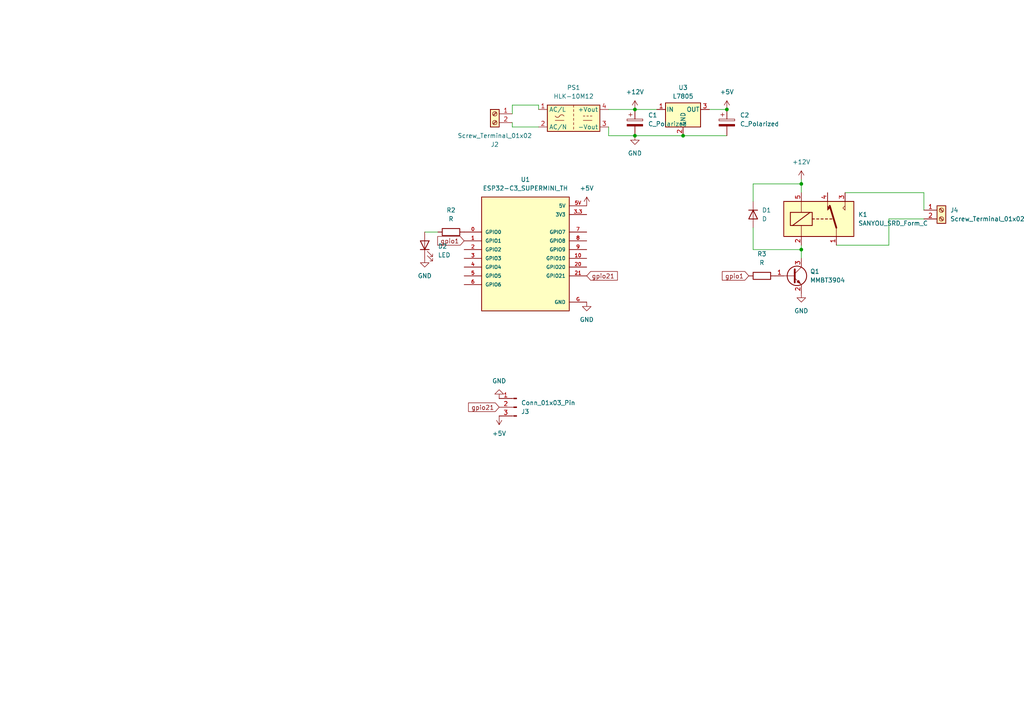
<source format=kicad_sch>
(kicad_sch (version 20250114) (generator "eeschema") (generator_version "9.0")
  (paper "A4")
  (lib_symbols
    (symbol "Connector:Conn_01x03_Pin" (pin_names (offset 1.016) (hide yes))
      (property "Reference" "J" (at 0 5.08 0))
      (property "Value" "Conn_01x03_Pin" (at 0 -5.08 0))
      (symbol "Conn_01x03_Pin_1_1"
        (rectangle (start 0.8636 2.667) (end 0 2.413) (stroke (width 0.1524)) (fill (type outline)))
        (rectangle (start 0.8636 0.127) (end 0 -0.127) (stroke (width 0.1524)) (fill (type outline)))
        (rectangle (start 0.8636 -2.413) (end 0 -2.667) (stroke (width 0.1524)) (fill (type outline)))
        (polyline (pts (xy 1.27 2.54) (xy 0.8636 2.54)) (stroke (width 0.1524)))
        (polyline (pts (xy 1.27 0) (xy 0.8636 0)) (stroke (width 0.1524)))
        (polyline (pts (xy 1.27 -2.54) (xy 0.8636 -2.54)) (stroke (width 0.1524)))
        (pin passive line (at 5.08 2.54 180) (length 3.81) (name "Pin_1") (number "1"))
        (pin passive line (at 5.08 0 180) (length 3.81) (name "Pin_2") (number "2"))
        (pin passive line (at 5.08 -2.54 180) (length 3.81) (name "Pin_3") (number "3"))
      )
    )
    (symbol "Connector:Screw_Terminal_01x02" (pin_names (offset 1.016) (hide yes))
      (property "Reference" "J" (at 0 2.54 0))
      (property "Value" "Screw_Terminal_01x02" (at 0 -5.08 0))
      (symbol "Screw_Terminal_01x02_1_1"
        (rectangle (start -1.27 1.27) (end 1.27 -3.81) (stroke (width 0.254)) (fill (type background)))
        (polyline (pts (xy -0.5334 0.3302) (xy 0.3302 -0.508)) (stroke (width 0.1524)))
        (polyline (pts (xy -0.5334 -2.2098) (xy 0.3302 -3.048)) (stroke (width 0.1524)))
        (polyline (pts (xy -0.3556 0.508) (xy 0.508 -0.3302)) (stroke (width 0.1524)))
        (polyline (pts (xy -0.3556 -2.032) (xy 0.508 -2.8702)) (stroke (width 0.1524)))
        (circle (center 0 0) (radius 0.635) (stroke (width 0.1524)))
        (circle (center 0 -2.54) (radius 0.635) (stroke (width 0.1524)))
        (pin passive line (at -5.08 0 0) (length 3.81) (name "Pin_1") (number "1"))
        (pin passive line (at -5.08 -2.54 0) (length 3.81) (name "Pin_2") (number "2"))
      )
    )
    (symbol "Converter_ACDC:HLK-10M12"
      (property "Reference" "PS" (at 0 5.08 0))
      (property "Value" "HLK-10M12" (at 0 -5.08 0))
      (symbol "HLK-10M12_0_1"
        (rectangle (start -7.62 3.81) (end 7.62 -3.81) (stroke (width 0.254)) (fill (type background)))
        (polyline (pts (xy -5.334 -0.635) (xy -2.794 -0.635)))
        (arc (start -4.064 0.635) (mid -4.699 0.2495) (end -5.334 0.635))
        (arc (start -4.064 0.635) (mid -3.429 1.0072) (end -2.794 0.635))
        (polyline (pts (xy 0 3.81) (xy 0 3.175)))
        (polyline (pts (xy 0 2.54) (xy 0 1.905)))
        (polyline (pts (xy 0 1.27) (xy 0 0.635)))
        (polyline (pts (xy 0 0) (xy 0 -0.635)))
        (polyline (pts (xy 0 -1.27) (xy 0 -1.905)))
        (polyline (pts (xy 0 -2.54) (xy 0 -3.175)))
        (polyline (pts (xy 2.794 0.635) (xy 3.302 0.635)))
        (polyline (pts (xy 2.794 -0.635) (xy 5.334 -0.635)))
        (polyline (pts (xy 3.81 0.635) (xy 4.318 0.635)))
        (polyline (pts (xy 4.826 0.635) (xy 5.334 0.635)))
      )
      (symbol "HLK-10M12_1_1"
        (pin power_in line (at -10.16 2.54 0) (length 2.54) (name "AC/L") (number "1"))
        (pin power_in line (at -10.16 -2.54 0) (length 2.54) (name "AC/N") (number "2"))
        (pin power_out line (at 10.16 2.54 180) (length 2.54) (name "+Vout") (number "4"))
        (pin power_out line (at 10.16 -2.54 180) (length 2.54) (name "-Vout") (number "3"))
      )
    )
    (symbol "Device:C_Polarized" (pin_numbers (hide yes)) (pin_names (offset 0.254))
      (property "Reference" "C" (at 0.635 2.54 0))
      (property "Value" "C_Polarized" (at 0.635 -2.54 0))
      (symbol "C_Polarized_0_1"
        (rectangle (start -2.286 0.508) (end 2.286 1.016))
        (polyline (pts (xy -1.778 2.286) (xy -0.762 2.286)))
        (polyline (pts (xy -1.27 2.794) (xy -1.27 1.778)))
        (rectangle (start 2.286 -0.508) (end -2.286 -1.016) (fill (type outline)))
      )
      (symbol "C_Polarized_1_1"
        (pin passive line (at 0 3.81 270) (length 2.794) (name "~") (number "1"))
        (pin passive line (at 0 -3.81 90) (length 2.794) (name "~") (number "2"))
      )
    )
    (symbol "Device:D" (pin_numbers (hide yes)) (pin_names (offset 1.016) (hide yes))
      (property "Reference" "D" (at 0 2.54 0))
      (property "Value" "D" (at 0 -2.54 0))
      (symbol "D_0_1"
        (polyline (pts (xy -1.27 1.27) (xy -1.27 -1.27)) (stroke (width 0.254)))
        (polyline (pts (xy 1.27 1.27) (xy 1.27 -1.27) (xy -1.27 0) (xy 1.27 1.27)) (stroke (width 0.254)))
        (polyline (pts (xy 1.27 0) (xy -1.27 0)))
      )
      (symbol "D_1_1"
        (pin passive line (at -3.81 0 0) (length 2.54) (name "K") (number "1"))
        (pin passive line (at 3.81 0 180) (length 2.54) (name "A") (number "2"))
      )
    )
    (symbol "Device:LED" (pin_numbers (hide yes)) (pin_names (offset 1.016) (hide yes))
      (property "Reference" "D" (at 0 2.54 0))
      (property "Value" "LED" (at 0 -2.54 0))
      (symbol "LED_0_1"
        (polyline (pts (xy -3.048 -0.762) (xy -4.572 -2.286) (xy -3.81 -2.286) (xy -4.572 -2.286) (xy -4.572 -1.524)))
        (polyline (pts (xy -1.778 -0.762) (xy -3.302 -2.286) (xy -2.54 -2.286) (xy -3.302 -2.286) (xy -3.302 -1.524)))
        (polyline (pts (xy -1.27 0) (xy 1.27 0)))
        (polyline (pts (xy -1.27 -1.27) (xy -1.27 1.27)) (stroke (width 0.254)))
        (polyline (pts (xy 1.27 -1.27) (xy 1.27 1.27) (xy -1.27 0) (xy 1.27 -1.27)) (stroke (width 0.254)))
      )
      (symbol "LED_1_1"
        (pin passive line (at -3.81 0 0) (length 2.54) (name "K") (number "1"))
        (pin passive line (at 3.81 0 180) (length 2.54) (name "A") (number "2"))
      )
    )
    (symbol "Device:R" (pin_numbers (hide yes)) (pin_names (offset 0))
      (property "Reference" "R" (at 2.032 0 90))
      (property "Value" "R" (at 0 0 90))
      (symbol "R_0_1"
        (rectangle (start -1.016 -2.54) (end 1.016 2.54) (stroke (width 0.254)))
      )
      (symbol "R_1_1"
        (pin passive line (at 0 3.81 270) (length 1.27) (name "~") (number "1"))
        (pin passive line (at 0 -3.81 90) (length 1.27) (name "~") (number "2"))
      )
    )
    (symbol "ESP32-C3_SUPERMINI_TH:ESP32-C3_SUPERMINI_TH" (pin_names (offset 1.016))
      (property "Reference" "U" (at -12.7 16.002 0))
      (property "Value" "ESP32-C3_SUPERMINI_TH" (at -12.7 -20.32 0))
      (symbol "ESP32-C3_SUPERMINI_TH_0_0"
        (rectangle (start -12.7 -17.78) (end 12.7 15.24) (stroke (width 0.254)) (fill (type background)))
        (pin bidirectional line (at -17.78 5.08 0) (length 5.08) (name "GPIO0") (number "0"))
        (pin bidirectional line (at -17.78 2.54 0) (length 5.08) (name "GPIO1") (number "1"))
        (pin bidirectional line (at -17.78 0 0) (length 5.08) (name "GPIO2") (number "2"))
        (pin bidirectional line (at -17.78 -2.54 0) (length 5.08) (name "GPIO3") (number "3"))
        (pin bidirectional line (at -17.78 -5.08 0) (length 5.08) (name "GPIO4") (number "4"))
        (pin bidirectional line (at -17.78 -7.62 0) (length 5.08) (name "GPIO5") (number "5"))
        (pin bidirectional line (at -17.78 -10.16 0) (length 5.08) (name "GPIO6") (number "6"))
        (pin power_in line (at 17.78 12.7 180) (length 5.08) (name "5V") (number "5V"))
        (pin power_in line (at 17.78 10.16 180) (length 5.08) (name "3V3") (number "3.3"))
        (pin bidirectional line (at 17.78 5.08 180) (length 5.08) (name "GPIO7") (number "7"))
        (pin bidirectional line (at 17.78 2.54 180) (length 5.08) (name "GPIO8") (number "8"))
        (pin bidirectional line (at 17.78 0 180) (length 5.08) (name "GPIO9") (number "9"))
        (pin bidirectional line (at 17.78 -2.54 180) (length 5.08) (name "GPIO10") (number "10"))
        (pin bidirectional line (at 17.78 -5.08 180) (length 5.08) (name "GPIO20") (number "20"))
        (pin bidirectional line (at 17.78 -7.62 180) (length 5.08) (name "GPIO21") (number "21"))
        (pin power_in line (at 17.78 -15.24 180) (length 5.08) (name "GND") (number "G"))
      )
    )
    (symbol "Regulator_Linear:L7805" (pin_names (offset 0.254))
      (property "Reference" "U" (at -3.81 3.175 0))
      (property "Value" "L7805" (at 0 3.175 0))
      (symbol "L7805_0_1"
        (rectangle (start -5.08 1.905) (end 5.08 -5.08) (stroke (width 0.254)) (fill (type background)))
      )
      (symbol "L7805_1_1"
        (pin power_in line (at -7.62 0 0) (length 2.54) (name "IN") (number "1"))
        (pin power_in line (at 0 -7.62 90) (length 2.54) (name "GND") (number "2"))
        (pin power_out line (at 7.62 0 180) (length 2.54) (name "OUT") (number "3"))
      )
    )
    (symbol "Relay:SANYOU_SRD_Form_C"
      (property "Reference" "K" (at 11.43 3.81 0))
      (property "Value" "SANYOU_SRD_Form_C" (at 11.43 1.27 0))
      (symbol "SANYOU_SRD_Form_C_0_0"
        (polyline (pts (xy 7.62 5.08) (xy 7.62 2.54) (xy 6.985 3.175) (xy 7.62 3.81)))
      )
      (symbol "SANYOU_SRD_Form_C_0_1"
        (rectangle (start -10.16 5.08) (end 10.16 -5.08) (stroke (width 0.254)) (fill (type background)))
        (rectangle (start -8.255 1.905) (end -1.905 -1.905) (stroke (width 0.254)))
        (polyline (pts (xy -7.62 -1.905) (xy -2.54 1.905)) (stroke (width 0.254)))
        (polyline (pts (xy -5.08 5.08) (xy -5.08 1.905)))
        (polyline (pts (xy -5.08 -5.08) (xy -5.08 -1.905)))
        (polyline (pts (xy -1.905 0) (xy -1.27 0)) (stroke (width 0.254)))
        (polyline (pts (xy -0.635 0) (xy 0 0)) (stroke (width 0.254)))
        (polyline (pts (xy 0.635 0) (xy 1.27 0)) (stroke (width 0.254)))
        (polyline (pts (xy 1.905 0) (xy 2.54 0)) (stroke (width 0.254)))
        (polyline (pts (xy 3.175 0) (xy 3.81 0)) (stroke (width 0.254)))
        (polyline (pts (xy 5.08 -2.54) (xy 3.175 3.81)) (stroke (width 0.508)))
        (polyline (pts (xy 5.08 -2.54) (xy 5.08 -5.08)))
      )
      (symbol "SANYOU_SRD_Form_C_1_1"
        (polyline (pts (xy 2.54 3.81) (xy 3.175 3.175) (xy 2.54 2.54) (xy 2.54 5.08)) (fill (type outline)))
        (pin passive line (at -5.08 7.62 270) (length 2.54) (name "~") (number "5"))
        (pin passive line (at -5.08 -7.62 90) (length 2.54) (name "~") (number "2"))
        (pin passive line (at 2.54 7.62 270) (length 2.54) (name "~") (number "4"))
        (pin passive line (at 5.08 -7.62 90) (length 2.54) (name "~") (number "1"))
        (pin passive line (at 7.62 7.62 270) (length 2.54) (name "~") (number "3"))
      )
    )
    (symbol "Transistor_BJT:MMBT3904" (pin_names (offset 0) (hide yes))
      (property "Reference" "Q" (at 5.08 1.905 0))
      (property "Value" "MMBT3904" (at 5.08 0 0))
      (symbol "MMBT3904_0_1"
        (polyline (pts (xy -2.54 0) (xy 0.635 0)))
        (polyline (pts (xy 0.635 1.905) (xy 0.635 -1.905)) (stroke (width 0.508)))
        (circle (center 1.27 0) (radius 2.8194) (stroke (width 0.254)))
      )
      (symbol "MMBT3904_1_1"
        (polyline (pts (xy 0.635 0.635) (xy 2.54 2.54)))
        (polyline (pts (xy 0.635 -0.635) (xy 2.54 -2.54)))
        (polyline (pts (xy 1.27 -1.778) (xy 1.778 -1.27) (xy 2.286 -2.286) (xy 1.27 -1.778)) (fill (type outline)))
        (pin input line (at -5.08 0 0) (length 2.54) (name "B") (number "1"))
        (pin passive line (at 2.54 5.08 270) (length 2.54) (name "C") (number "3"))
        (pin passive line (at 2.54 -5.08 90) (length 2.54) (name "E") (number "2"))
      )
    )
    (symbol "power:+12V" (power) (pin_numbers (hide yes)) (pin_names (offset 0) (hide yes))
      (property "Value" "+12V" (at 0 3.556 0))
      (symbol "+12V_0_1"
        (polyline (pts (xy -0.762 1.27) (xy 0 2.54)))
        (polyline (pts (xy 0 2.54) (xy 0.762 1.27)))
        (polyline (pts (xy 0 0) (xy 0 2.54)))
      )
      (symbol "+12V_1_1"
        (pin power_in line (at 0 0 90) (length 0) (name "~") (number "1"))
      )
    )
    (symbol "power:+5V" (power) (pin_numbers (hide yes)) (pin_names (offset 0) (hide yes))
      (property "Value" "+5V" (at 0 3.556 0))
      (symbol "+5V_0_1"
        (polyline (pts (xy -0.762 1.27) (xy 0 2.54)))
        (polyline (pts (xy 0 2.54) (xy 0.762 1.27)))
        (polyline (pts (xy 0 0) (xy 0 2.54)))
      )
      (symbol "+5V_1_1"
        (pin power_in line (at 0 0 90) (length 0) (name "~") (number "1"))
      )
    )
    (symbol "power:GND" (power) (pin_numbers (hide yes)) (pin_names (offset 0) (hide yes))
      (property "Value" "GND" (at 0 -3.81 0))
      (symbol "GND_0_1"
        (polyline (pts (xy 0 0) (xy 0 -1.27) (xy 1.27 -1.27) (xy 0 -2.54) (xy -1.27 -1.27) (xy 0 -1.27)))
      )
      (symbol "GND_1_1"
        (pin power_in line (at 0 0 270) (length 0) (name "~") (number "1"))
      )
    )
  )
  (junction (at 210.82 31.75))
  (junction (at 232.41 53.34))
  (junction (at 184.15 31.75))
  (junction (at 232.41 72.39))
  (junction (at 184.15 39.37))
  (junction (at 198.12 39.37))
  (wire (pts (xy 148.59 30.48) (xy 156.21 30.48)))
  (wire (pts (xy 267.97 55.88) (xy 245.11 55.88)))
  (wire (pts (xy 123.19 67.31) (xy 127 67.31)))
  (wire (pts (xy 218.44 72.39) (xy 218.44 66.04)))
  (wire (pts (xy 176.53 39.37) (xy 184.15 39.37)))
  (wire (pts (xy 176.53 31.75) (xy 184.15 31.75)))
  (wire (pts (xy 232.41 52.07) (xy 232.41 53.34)))
  (wire (pts (xy 232.41 72.39) (xy 218.44 72.39)))
  (wire (pts (xy 156.21 30.48) (xy 156.21 31.75)))
  (wire (pts (xy 176.53 36.83) (xy 176.53 39.37)))
  (wire (pts (xy 198.12 39.37) (xy 210.82 39.37)))
  (wire (pts (xy 242.57 71.12) (xy 257.81 71.12)))
  (wire (pts (xy 232.41 72.39) (xy 232.41 74.93)))
  (wire (pts (xy 148.59 35.56) (xy 148.59 36.83)))
  (wire (pts (xy 205.74 31.75) (xy 210.82 31.75)))
  (wire (pts (xy 232.41 53.34) (xy 232.41 55.88)))
  (wire (pts (xy 148.59 33.02) (xy 148.59 30.48)))
  (wire (pts (xy 218.44 53.34) (xy 232.41 53.34)))
  (wire (pts (xy 218.44 58.42) (xy 218.44 53.34)))
  (wire (pts (xy 148.59 36.83) (xy 156.21 36.83)))
  (wire (pts (xy 257.81 63.5) (xy 257.81 71.12)))
  (wire (pts (xy 184.15 31.75) (xy 190.5 31.75)))
  (wire (pts (xy 267.97 60.96) (xy 267.97 55.88)))
  (wire (pts (xy 232.41 71.12) (xy 232.41 72.39)))
  (wire (pts (xy 257.81 63.5) (xy 267.97 63.5)))
  (wire (pts (xy 184.15 39.37) (xy 198.12 39.37)))
  (global_label "gpio21" (shape input) (at 144.78 118.11 180) (property "Intersheetrefs" "${INTERSHEET_REFS}" (effects (hide yes))))
  (global_label "gpio1" (shape input) (at 134.62 69.85 180) (property "Intersheetrefs" "${INTERSHEET_REFS}" (effects (hide yes))))
  (global_label "gpio1" (shape input) (at 217.17 80.01 180) (property "Intersheetrefs" "${INTERSHEET_REFS}" (effects (hide yes))))
  (global_label "gpio21" (shape input) (at 170.18 80.01 0) (property "Intersheetrefs" "${INTERSHEET_REFS}" (effects (hide yes))))
  (symbol (lib_id "Device:C_Polarized") (at 184.15 35.56 0) (unit 1)
    (property "Reference" "C1" (at 187.96 33.4009 0) (effects (justify left)))
    (property "Value" "C_Polarized" (at 187.96 35.9409 0) (effects (justify left)))
    (property "Footprint" "Capacitor_THT:CP_Radial_D4.0mm_P1.50mm" (effects (hide yes)))
    (property "Description" "Polarized capacitor" (effects (hide yes)))
  )
  (symbol (lib_id "power:+12V") (at 184.15 31.75 0) (unit 1)
    (property "Reference" "#PWR06" (effects (hide yes)))
    (property "Value" "+12V" (at 184.15 26.67 0))
    (property "Description" "Power symbol creates a global label with name \"+12V\"" (effects (hide yes)))
  )
  (symbol (lib_id "Device:D") (at 218.44 62.23 270) (unit 1)
    (property "Reference" "D1" (at 220.98 60.9599 90) (effects (justify left)))
    (property "Value" "D" (at 220.98 63.4999 90) (effects (justify left)))
    (property "Footprint" "Diode_SMD:D_1206_3216Metric" (effects (hide yes)))
    (property "Description" "Diode" (effects (hide yes)))
    (property "Sim.Device" "D" (effects (hide yes)))
    (property "Sim.Pins" "1=K 2=A" (effects (hide yes)))
  )
  (symbol (lib_id "ESP32-C3_SUPERMINI_TH:ESP32-C3_SUPERMINI_TH") (at 152.4 72.39 0) (unit 1)
    (property "Reference" "U1" (at 152.4 52.07 0))
    (property "Value" "ESP32-C3_SUPERMINI_TH" (at 152.4 54.61 0))
    (property "Footprint" "Componentes_varios:MODULE_ESP32-C3_SUPERMINI_TH" (effects (hide yes)))
    (property "MF" "Espressif Systems" (effects (hide yes)))
    (property "Description_1" "Super tiny ESP32-C3 board" (effects (hide yes)))
    (property "CREATOR" "DIZAR" (effects (hide yes)))
    (property "Price" "None" (effects (hide yes)))
    (property "Package" "Package" (effects (hide yes)))
    (property "Check_prices" "https://www.snapeda.com/parts/ESP32-C3%20SuperMini_TH/Espressif+Systems/view-part/?ref=eda" (effects (hide yes)))
    (property "STANDARD" "IPC-7351B" (effects (hide yes)))
    (property "SnapEDA_Link" "https://www.snapeda.com/parts/ESP32-C3%20SuperMini_TH/Espressif+Systems/view-part/?ref=snap" (effects (hide yes)))
    (property "MP" "ESP32-C3 SuperMini_TH" (effects (hide yes)))
    (property "Availability" "Not in stock" (effects (hide yes)))
    (property "MANUFACTURER" "Espressif Systems" (effects (hide yes)))
  )
  (symbol (lib_id "Transistor_BJT:MMBT3904") (at 229.87 80.01 0) (unit 1)
    (property "Reference" "Q1" (at 234.95 78.7399 0) (effects (justify left)))
    (property "Value" "MMBT3904" (at 234.95 81.2799 0) (effects (justify left)))
    (property "Footprint" "Package_TO_SOT_SMD:SOT-23" (effects (hide yes)))
    (property "Datasheet" "https://www.onsemi.com/pdf/datasheet/pzt3904-d.pdf" (effects (hide yes)))
    (property "Description" "0.2A Ic, 40V Vce, Small Signal NPN Transistor, SOT-23" (effects (hide yes)))
  )
  (symbol (lib_id "Regulator_Linear:L7805") (at 198.12 31.75 0) (unit 1)
    (property "Reference" "U3" (at 198.12 25.4 0))
    (property "Value" "L7805" (at 198.12 27.94 0))
    (property "Footprint" "Package_TO_SOT_SMD:TO-252-2" (effects (hide yes)))
    (property "Datasheet" "http://www.st.com/content/ccc/resource/technical/document/datasheet/41/4f/b3/b0/12/d4/47/88/CD00000444.pdf/files/CD00000444.pdf/jcr:content/translations/en.CD00000444.pdf" (effects (hide yes)))
    (property "Description" "Positive 1.5A 35V Linear Regulator, Fixed Output 5V, TO-220/TO-263/TO-252" (effects (hide yes)))
  )
  (symbol (lib_id "Device:R") (at 130.81 67.31 90) (unit 1)
    (property "Reference" "R2" (at 130.81 60.96 90))
    (property "Value" "R" (at 130.81 63.5 90))
    (property "Footprint" "Resistor_SMD:R_1206_3216Metric" (effects (hide yes)))
    (property "Description" "Resistor" (effects (hide yes)))
  )
  (symbol (lib_id "Converter_ACDC:HLK-10M12") (at 166.37 34.29 0) (unit 1)
    (property "Reference" "PS1" (at 166.37 25.4 0))
    (property "Value" "HLK-10M12" (at 166.37 27.94 0))
    (property "Footprint" "Converter_ACDC:Converter_ACDC_Hi-Link_HLK-PMxx" (effects (hide yes)))
    (property "Datasheet" "http://h.hlktech.com/download/ACDC%E7%94%B5%E6%BA%90%E6%A8%A1%E5%9D%9710W%E7%B3%BB%E5%88%97/1/%E6%B5%B7%E5%87%8C%E7%A7%9110W%E7%B3%BB%E5%88%97%E7%94%B5%E6%BA%90%E6%A8%A1%E5%9D%97%E8%A7%84%E6%A0%BC%E4%B9%A6V1.8.pdf" (effects (hide yes)))
    (property "Description" "Compact AC/DC board mount power module 10W 12V" (effects (hide yes)))
  )
  (symbol (lib_id "power:GND") (at 232.41 85.09 0) (unit 1)
    (property "Reference" "#PWR04" (effects (hide yes)))
    (property "Value" "GND" (at 232.41 90.17 0))
    (property "Description" "Power symbol creates a global label with name \"GND\" , ground" (effects (hide yes)))
  )
  (symbol (lib_id "Connector:Screw_Terminal_01x02") (at 273.05 60.96 0) (unit 1)
    (property "Reference" "J4" (at 275.59 60.9599 0) (effects (justify left)))
    (property "Value" "Screw_Terminal_01x02" (at 275.59 63.4999 0) (effects (justify left)))
    (property "Footprint" "TerminalBlock_Phoenix:TerminalBlock_Phoenix_MKDS-1,5-2_1x02_P5.00mm_Horizontal" (effects (hide yes)))
    (property "Description" "Generic screw terminal, single row, 01x02, script generated (kicad-library-utils/schlib/autogen/connector/)" (effects (hide yes)))
  )
  (symbol (lib_id "power:GND") (at 123.19 74.93 0) (unit 1)
    (property "Reference" "#PWR03" (effects (hide yes)))
    (property "Value" "GND" (at 123.19 80.01 0))
    (property "Description" "Power symbol creates a global label with name \"GND\" , ground" (effects (hide yes)))
  )
  (symbol (lib_id "power:GND") (at 170.18 87.63 0) (unit 1)
    (property "Reference" "#PWR07" (effects (hide yes)))
    (property "Value" "GND" (at 170.18 92.71 0))
    (property "Description" "Power symbol creates a global label with name \"GND\" , ground" (effects (hide yes)))
  )
  (symbol (lib_id "Device:LED") (at 123.19 71.12 90) (unit 1)
    (property "Reference" "D2" (at 127 71.4374 90) (effects (justify right)))
    (property "Value" "LED" (at 127 73.9774 90) (effects (justify right)))
    (property "Footprint" "LED_THT:LED_D3.0mm" (effects (hide yes)))
    (property "Description" "Light emitting diode" (effects (hide yes)))
    (property "Sim.Pins" "1=K 2=A" (effects (hide yes)))
  )
  (symbol (lib_id "Connector:Conn_01x03_Pin") (at 149.86 118.11 0) (mirror y) (unit 1)
    (property "Reference" "J3" (at 151.13 119.3801 0) (effects (justify right)))
    (property "Value" "Conn_01x03_Pin" (at 151.13 116.8401 0) (effects (justify right)))
    (property "Footprint" "Connector_PinHeader_2.54mm:PinHeader_1x03_P2.54mm_Vertical" (effects (hide yes)))
    (property "Description" "Generic connector, single row, 01x03, script generated" (effects (hide yes)))
  )
  (symbol (lib_id "power:+5V") (at 144.78 120.65 180) (unit 1)
    (property "Reference" "#PWR09" (effects (hide yes)))
    (property "Value" "+5V" (at 144.78 125.73 0))
    (property "Description" "Power symbol creates a global label with name \"+5V\"" (effects (hide yes)))
  )
  (symbol (lib_id "power:GND") (at 184.15 39.37 0) (unit 1)
    (property "Reference" "#PWR05" (effects (hide yes)))
    (property "Value" "GND" (at 184.15 44.45 0))
    (property "Description" "Power symbol creates a global label with name \"GND\" , ground" (effects (hide yes)))
  )
  (symbol (lib_id "power:+12V") (at 232.41 52.07 0) (unit 1)
    (property "Reference" "#PWR01" (effects (hide yes)))
    (property "Value" "+12V" (at 232.41 46.99 0))
    (property "Description" "Power symbol creates a global label with name \"+12V\"" (effects (hide yes)))
  )
  (symbol (lib_id "Relay:SANYOU_SRD_Form_C") (at 237.49 63.5 0) (unit 1)
    (property "Reference" "K1" (at 248.92 62.2299 0) (effects (justify left)))
    (property "Value" "SANYOU_SRD_Form_C" (at 248.92 64.7699 0) (effects (justify left)))
    (property "Footprint" "Relay_THT:Relay_SPDT_SANYOU_SRD_Series_Form_C" (effects (hide yes)))
    (property "Datasheet" "http://www.sanyourelay.ca/public/products/pdf/SRD.pdf" (effects (hide yes)))
    (property "Description" "Sanyo SRD relay, Single Pole Miniature Power Relay," (effects (hide yes)))
  )
  (symbol (lib_id "Device:R") (at 220.98 80.01 90) (unit 1)
    (property "Reference" "R3" (at 220.98 73.66 90))
    (property "Value" "R" (at 220.98 76.2 90))
    (property "Footprint" "Resistor_SMD:R_1206_3216Metric" (effects (hide yes)))
    (property "Description" "Resistor" (effects (hide yes)))
  )
  (symbol (lib_id "Device:C_Polarized") (at 210.82 35.56 0) (unit 1)
    (property "Reference" "C2" (at 214.63 33.4009 0) (effects (justify left)))
    (property "Value" "C_Polarized" (at 214.63 35.9409 0) (effects (justify left)))
    (property "Footprint" "Capacitor_THT:CP_Radial_D4.0mm_P1.50mm" (effects (hide yes)))
    (property "Description" "Polarized capacitor" (effects (hide yes)))
  )
  (symbol (lib_id "power:GND") (at 144.78 115.57 180) (unit 1)
    (property "Reference" "#PWR010" (effects (hide yes)))
    (property "Value" "GND" (at 144.78 110.49 0))
    (property "Description" "Power symbol creates a global label with name \"GND\" , ground" (effects (hide yes)))
  )
  (symbol (lib_id "power:+5V") (at 210.82 31.75 0) (unit 1)
    (property "Reference" "#PWR08" (effects (hide yes)))
    (property "Value" "+5V" (at 210.82 26.67 0))
    (property "Description" "Power symbol creates a global label with name \"+5V\"" (effects (hide yes)))
  )
  (symbol (lib_id "power:+5V") (at 170.18 59.69 0) (unit 1)
    (property "Reference" "#PWR02" (effects (hide yes)))
    (property "Value" "+5V" (at 170.18 54.61 0))
    (property "Description" "Power symbol creates a global label with name \"+5V\"" (effects (hide yes)))
  )
  (symbol (lib_id "Connector:Screw_Terminal_01x02") (at 143.51 33.02 0) (mirror y) (unit 1)
    (property "Reference" "J2" (at 143.51 41.91 0))
    (property "Value" "Screw_Terminal_01x02" (at 143.51 39.37 0))
    (property "Footprint" "TerminalBlock_Phoenix:TerminalBlock_Phoenix_MKDS-1,5-2_1x02_P5.00mm_Horizontal" (effects (hide yes)))
    (property "Description" "Generic screw terminal, single row, 01x02, script generated (kicad-library-utils/schlib/autogen/connector/)" (effects (hide yes)))
  )
)
</source>
